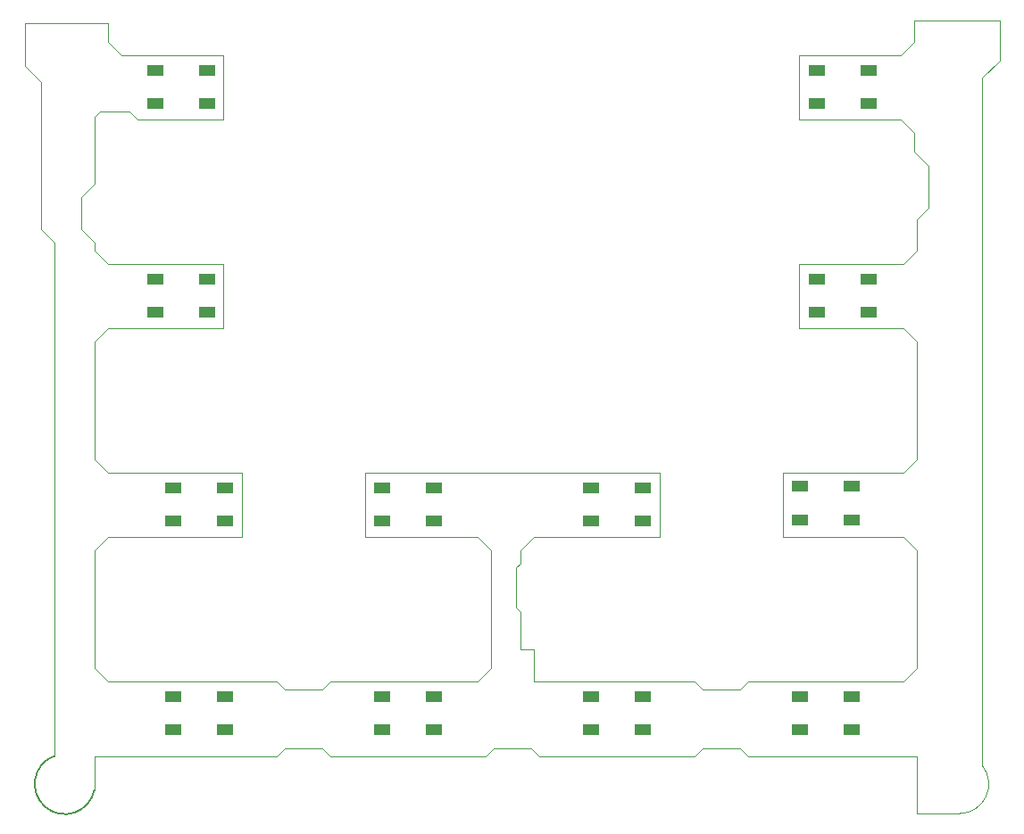
<source format=gbr>
G04 #@! TF.GenerationSoftware,KiCad,Pcbnew,(5.1.5)-3*
G04 #@! TF.CreationDate,2020-06-30T23:52:34-07:00*
G04 #@! TF.ProjectId,daughter,64617567-6874-4657-922e-6b696361645f,rev?*
G04 #@! TF.SameCoordinates,Original*
G04 #@! TF.FileFunction,Paste,Top*
G04 #@! TF.FilePolarity,Positive*
%FSLAX46Y46*%
G04 Gerber Fmt 4.6, Leading zero omitted, Abs format (unit mm)*
G04 Created by KiCad (PCBNEW (5.1.5)-3) date 2020-06-30 23:52:34*
%MOMM*%
%LPD*%
G04 APERTURE LIST*
%ADD10C,0.050000*%
%ADD11C,0.120000*%
%ADD12C,0.150000*%
%ADD13R,1.500000X1.000000*%
G04 APERTURE END LIST*
D10*
X143510000Y-186690000D02*
X159512000Y-186690000D01*
X139192000Y-185928000D02*
X138430000Y-186690000D01*
X142748000Y-185928000D02*
X139192000Y-185928000D01*
X143510000Y-186690000D02*
X142748000Y-185928000D01*
X74930000Y-121158000D02*
X74930000Y-117094000D01*
X76454000Y-122682000D02*
X74930000Y-121158000D01*
X76454000Y-136652000D02*
X76454000Y-122682000D01*
X77724000Y-137922000D02*
X76454000Y-136652000D01*
X77724000Y-137922000D02*
X77724001Y-186690001D01*
X81534000Y-186690000D02*
X81536221Y-189928213D01*
X98806000Y-186690000D02*
X81534000Y-186690000D01*
X99568000Y-185928000D02*
X98806000Y-186690000D01*
X103124000Y-185928000D02*
X99568000Y-185928000D01*
X103886000Y-186690000D02*
X103124000Y-185928000D01*
X118618000Y-186690000D02*
X103886000Y-186690000D01*
X119380000Y-185928000D02*
X118618000Y-186690000D01*
X122936000Y-185928000D02*
X119380000Y-185928000D01*
X123698000Y-186690000D02*
X122936000Y-185928000D01*
X138430000Y-186690000D02*
X123698000Y-186690000D01*
X159512000Y-192151000D02*
X159512000Y-186690000D01*
X159512000Y-192151000D02*
X163576000Y-192151000D01*
X165735000Y-122301000D02*
X165735000Y-187579000D01*
X167386000Y-120650000D02*
X165735000Y-122301000D01*
X167386000Y-116840000D02*
X167386000Y-120650000D01*
X159258000Y-116840000D02*
X167386000Y-116840000D01*
X159258000Y-118872000D02*
X159258000Y-116840000D01*
X157988000Y-120142000D02*
X159258000Y-118872000D01*
X148336000Y-120142000D02*
X157988000Y-120142000D01*
X148336000Y-126238000D02*
X148336000Y-120142000D01*
X157988000Y-126238000D02*
X148336000Y-126238000D01*
X159258000Y-127508000D02*
X157988000Y-126238000D01*
X159258000Y-129286000D02*
X159258000Y-127508000D01*
X160655000Y-130683000D02*
X159258000Y-129286000D01*
X160655000Y-134620000D02*
X160655000Y-130683000D01*
X159512000Y-135763000D02*
X160655000Y-134620000D01*
X159512000Y-138684000D02*
X159512000Y-135763000D01*
X158242000Y-139954000D02*
X159512000Y-138684000D01*
X148336000Y-139954000D02*
X158242000Y-139954000D01*
X148336000Y-146050000D02*
X148336000Y-139954000D01*
X158242000Y-146050000D02*
X148336000Y-146050000D01*
X159512000Y-147320000D02*
X158242000Y-146050000D01*
X159512000Y-158496000D02*
X159512000Y-147320000D01*
X158242000Y-159766000D02*
X159512000Y-158496000D01*
X146812000Y-159766000D02*
X158242000Y-159766000D01*
X146812000Y-165862000D02*
X146812000Y-159766000D01*
X158242000Y-165862000D02*
X146812000Y-165862000D01*
X159512000Y-167132000D02*
X158242000Y-165862000D01*
X159512000Y-178308000D02*
X159512000Y-167132000D01*
X158242000Y-179578000D02*
X159512000Y-178308000D01*
X143510000Y-179578000D02*
X158242000Y-179578000D01*
X142748000Y-180340000D02*
X143510000Y-179578000D01*
X139192000Y-180340000D02*
X142748000Y-180340000D01*
X138430000Y-179578000D02*
X139192000Y-180340000D01*
X123190000Y-179578000D02*
X138430000Y-179578000D01*
X123190000Y-176530000D02*
X123190000Y-179578000D01*
X121920000Y-176530000D02*
X123190000Y-176530000D01*
X121920000Y-172974000D02*
X121920000Y-176530000D01*
X121539000Y-172593000D02*
X121920000Y-172974000D01*
X121539000Y-168783000D02*
X121539000Y-172593000D01*
X121920000Y-168402000D02*
X121539000Y-168783000D01*
X121920000Y-167132000D02*
X121920000Y-168402000D01*
X123190000Y-165862000D02*
X121920000Y-167132000D01*
X135128000Y-165862000D02*
X123190000Y-165862000D01*
X135128000Y-159766000D02*
X135128000Y-165862000D01*
X107188000Y-159766000D02*
X135128000Y-159766000D01*
X107188000Y-165862000D02*
X107188000Y-159766000D01*
X117856000Y-165862000D02*
X107188000Y-165862000D01*
X119126000Y-167132000D02*
X117856000Y-165862000D01*
X119126000Y-178308000D02*
X119126000Y-167132000D01*
X117856000Y-179578000D02*
X119126000Y-178308000D01*
X103886000Y-179578000D02*
X117856000Y-179578000D01*
X103124000Y-180340000D02*
X103886000Y-179578000D01*
X99568000Y-180340000D02*
X103124000Y-180340000D01*
X98806000Y-179578000D02*
X99568000Y-180340000D01*
X82804000Y-179578000D02*
X98806000Y-179578000D01*
X81534000Y-178308000D02*
X82804000Y-179578000D01*
X81534000Y-167132000D02*
X81534000Y-178308000D01*
X82804000Y-165862000D02*
X81534000Y-167132000D01*
X95504000Y-165862000D02*
X82804000Y-165862000D01*
X95504000Y-159766000D02*
X95504000Y-165862000D01*
X82804000Y-159766000D02*
X95504000Y-159766000D01*
X81534000Y-158496000D02*
X82804000Y-159766000D01*
X81534000Y-147320000D02*
X81534000Y-158496000D01*
X82804000Y-146050000D02*
X81534000Y-147320000D01*
X93726000Y-146050000D02*
X82804000Y-146050000D01*
X93726000Y-139954000D02*
X93726000Y-146050000D01*
X82804000Y-139954000D02*
X93726000Y-139954000D01*
X81534000Y-138684000D02*
X82804000Y-139954000D01*
X81534000Y-137922000D02*
X81534000Y-138684000D01*
X80264000Y-136652000D02*
X81534000Y-137922000D01*
X80264000Y-133604000D02*
X80264000Y-136652000D01*
X81534000Y-132334000D02*
X80264000Y-133604000D01*
X81534000Y-125984000D02*
X81534000Y-132334000D01*
X82042000Y-125476000D02*
X81534000Y-125984000D01*
X84836000Y-125476000D02*
X82042000Y-125476000D01*
X85598000Y-126238000D02*
X84836000Y-125476000D01*
X93726000Y-126238000D02*
X85598000Y-126238000D01*
X93726000Y-120142000D02*
X93726000Y-126238000D01*
X84074000Y-120142000D02*
X93726000Y-120142000D01*
X82804000Y-118872000D02*
X84074000Y-120142000D01*
X82804000Y-117094000D02*
X82804000Y-118872000D01*
X74930000Y-117094000D02*
X82804000Y-117094000D01*
D11*
X165731919Y-187579797D02*
G75*
G02X163576000Y-192151000I-2155919J-1777203D01*
G01*
D12*
X81536221Y-189928213D02*
G75*
G02X77724001Y-186690001I-2796221J571213D01*
G01*
D13*
X93890000Y-184226000D03*
X93890000Y-181026000D03*
X88990000Y-184226000D03*
X88990000Y-181026000D03*
X88990000Y-161214000D03*
X88990000Y-164414000D03*
X93890000Y-161214000D03*
X93890000Y-164414000D03*
X92239000Y-144602000D03*
X92239000Y-141402000D03*
X87339000Y-144602000D03*
X87339000Y-141402000D03*
X92239000Y-124790000D03*
X92239000Y-121590000D03*
X87339000Y-124790000D03*
X87339000Y-121590000D03*
X128614000Y-181026000D03*
X128614000Y-184226000D03*
X133514000Y-181026000D03*
X133514000Y-184226000D03*
X128614000Y-161214000D03*
X128614000Y-164414000D03*
X133514000Y-161214000D03*
X133514000Y-164414000D03*
X108802000Y-161214000D03*
X108802000Y-164414000D03*
X113702000Y-161214000D03*
X113702000Y-164414000D03*
X108802000Y-181026000D03*
X108802000Y-184226000D03*
X113702000Y-181026000D03*
X113702000Y-184226000D03*
X154977000Y-124790000D03*
X154977000Y-121590000D03*
X150077000Y-124790000D03*
X150077000Y-121590000D03*
X154977000Y-144602000D03*
X154977000Y-141402000D03*
X150077000Y-144602000D03*
X150077000Y-141402000D03*
X148426000Y-161087000D03*
X148426000Y-164287000D03*
X153326000Y-161087000D03*
X153326000Y-164287000D03*
X153326000Y-184226000D03*
X153326000Y-181026000D03*
X148426000Y-184226000D03*
X148426000Y-181026000D03*
M02*

</source>
